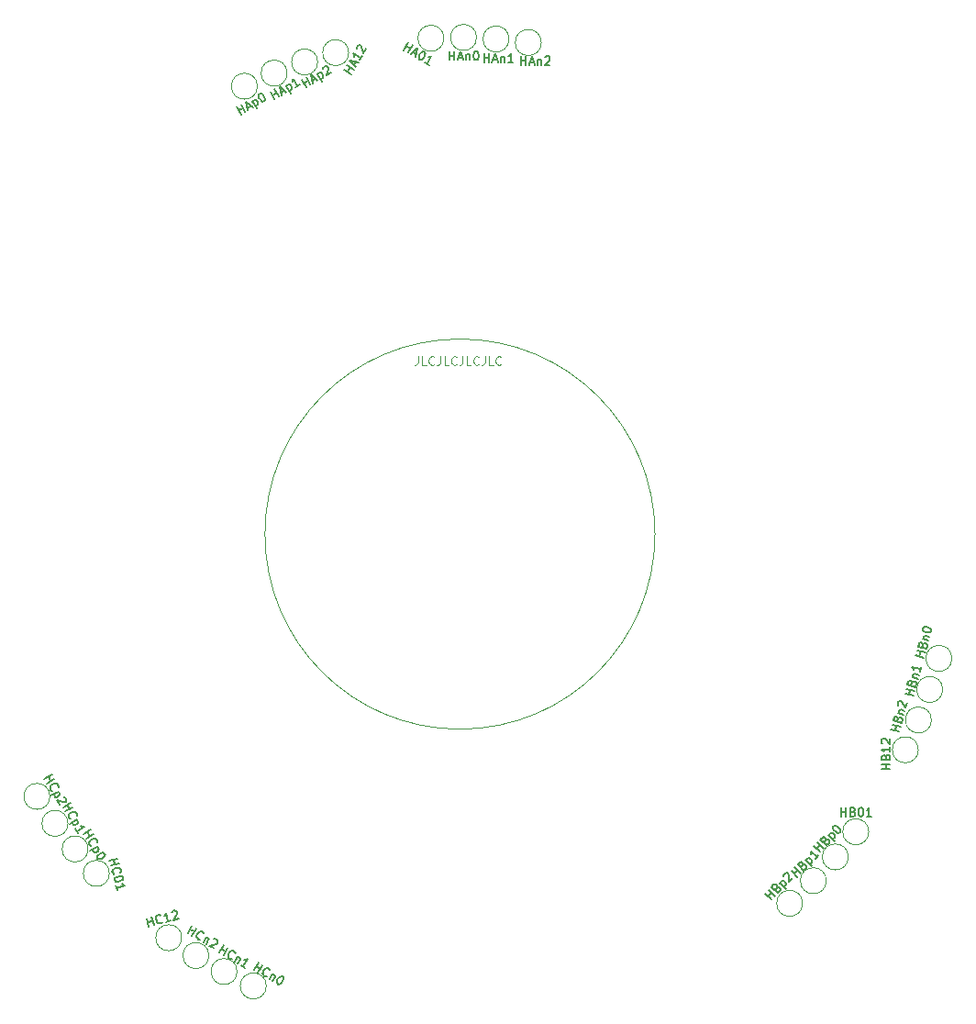
<source format=gbr>
%TF.GenerationSoftware,KiCad,Pcbnew,9.0.4*%
%TF.CreationDate,2025-09-29T12:29:07-05:00*%
%TF.ProjectId,Radial_Winding_Stator,52616469-616c-45f5-9769-6e64696e675f,rev?*%
%TF.SameCoordinates,Original*%
%TF.FileFunction,Legend,Top*%
%TF.FilePolarity,Positive*%
%FSLAX46Y46*%
G04 Gerber Fmt 4.6, Leading zero omitted, Abs format (unit mm)*
G04 Created by KiCad (PCBNEW 9.0.4) date 2025-09-29 12:29:07*
%MOMM*%
%LPD*%
G01*
G04 APERTURE LIST*
%ADD10C,0.100000*%
%ADD11C,0.050000*%
%ADD12C,0.150000*%
%ADD13C,0.120000*%
%ADD14C,2.000000*%
G04 APERTURE END LIST*
D10*
X129284836Y-75596895D02*
X129284836Y-76168323D01*
X129284836Y-76168323D02*
X129246741Y-76282609D01*
X129246741Y-76282609D02*
X129170550Y-76358800D01*
X129170550Y-76358800D02*
X129056265Y-76396895D01*
X129056265Y-76396895D02*
X128980074Y-76396895D01*
X130046741Y-76396895D02*
X129665789Y-76396895D01*
X129665789Y-76396895D02*
X129665789Y-75596895D01*
X130770551Y-76320704D02*
X130732455Y-76358800D01*
X130732455Y-76358800D02*
X130618170Y-76396895D01*
X130618170Y-76396895D02*
X130541979Y-76396895D01*
X130541979Y-76396895D02*
X130427693Y-76358800D01*
X130427693Y-76358800D02*
X130351503Y-76282609D01*
X130351503Y-76282609D02*
X130313408Y-76206419D01*
X130313408Y-76206419D02*
X130275312Y-76054038D01*
X130275312Y-76054038D02*
X130275312Y-75939752D01*
X130275312Y-75939752D02*
X130313408Y-75787371D01*
X130313408Y-75787371D02*
X130351503Y-75711180D01*
X130351503Y-75711180D02*
X130427693Y-75634990D01*
X130427693Y-75634990D02*
X130541979Y-75596895D01*
X130541979Y-75596895D02*
X130618170Y-75596895D01*
X130618170Y-75596895D02*
X130732455Y-75634990D01*
X130732455Y-75634990D02*
X130770551Y-75673085D01*
X131341979Y-75596895D02*
X131341979Y-76168323D01*
X131341979Y-76168323D02*
X131303884Y-76282609D01*
X131303884Y-76282609D02*
X131227693Y-76358800D01*
X131227693Y-76358800D02*
X131113408Y-76396895D01*
X131113408Y-76396895D02*
X131037217Y-76396895D01*
X132103884Y-76396895D02*
X131722932Y-76396895D01*
X131722932Y-76396895D02*
X131722932Y-75596895D01*
X132827694Y-76320704D02*
X132789598Y-76358800D01*
X132789598Y-76358800D02*
X132675313Y-76396895D01*
X132675313Y-76396895D02*
X132599122Y-76396895D01*
X132599122Y-76396895D02*
X132484836Y-76358800D01*
X132484836Y-76358800D02*
X132408646Y-76282609D01*
X132408646Y-76282609D02*
X132370551Y-76206419D01*
X132370551Y-76206419D02*
X132332455Y-76054038D01*
X132332455Y-76054038D02*
X132332455Y-75939752D01*
X132332455Y-75939752D02*
X132370551Y-75787371D01*
X132370551Y-75787371D02*
X132408646Y-75711180D01*
X132408646Y-75711180D02*
X132484836Y-75634990D01*
X132484836Y-75634990D02*
X132599122Y-75596895D01*
X132599122Y-75596895D02*
X132675313Y-75596895D01*
X132675313Y-75596895D02*
X132789598Y-75634990D01*
X132789598Y-75634990D02*
X132827694Y-75673085D01*
X133399122Y-75596895D02*
X133399122Y-76168323D01*
X133399122Y-76168323D02*
X133361027Y-76282609D01*
X133361027Y-76282609D02*
X133284836Y-76358800D01*
X133284836Y-76358800D02*
X133170551Y-76396895D01*
X133170551Y-76396895D02*
X133094360Y-76396895D01*
X134161027Y-76396895D02*
X133780075Y-76396895D01*
X133780075Y-76396895D02*
X133780075Y-75596895D01*
X134884837Y-76320704D02*
X134846741Y-76358800D01*
X134846741Y-76358800D02*
X134732456Y-76396895D01*
X134732456Y-76396895D02*
X134656265Y-76396895D01*
X134656265Y-76396895D02*
X134541979Y-76358800D01*
X134541979Y-76358800D02*
X134465789Y-76282609D01*
X134465789Y-76282609D02*
X134427694Y-76206419D01*
X134427694Y-76206419D02*
X134389598Y-76054038D01*
X134389598Y-76054038D02*
X134389598Y-75939752D01*
X134389598Y-75939752D02*
X134427694Y-75787371D01*
X134427694Y-75787371D02*
X134465789Y-75711180D01*
X134465789Y-75711180D02*
X134541979Y-75634990D01*
X134541979Y-75634990D02*
X134656265Y-75596895D01*
X134656265Y-75596895D02*
X134732456Y-75596895D01*
X134732456Y-75596895D02*
X134846741Y-75634990D01*
X134846741Y-75634990D02*
X134884837Y-75673085D01*
X135456265Y-75596895D02*
X135456265Y-76168323D01*
X135456265Y-76168323D02*
X135418170Y-76282609D01*
X135418170Y-76282609D02*
X135341979Y-76358800D01*
X135341979Y-76358800D02*
X135227694Y-76396895D01*
X135227694Y-76396895D02*
X135151503Y-76396895D01*
X136218170Y-76396895D02*
X135837218Y-76396895D01*
X135837218Y-76396895D02*
X135837218Y-75596895D01*
X136941980Y-76320704D02*
X136903884Y-76358800D01*
X136903884Y-76358800D02*
X136789599Y-76396895D01*
X136789599Y-76396895D02*
X136713408Y-76396895D01*
X136713408Y-76396895D02*
X136599122Y-76358800D01*
X136599122Y-76358800D02*
X136522932Y-76282609D01*
X136522932Y-76282609D02*
X136484837Y-76206419D01*
X136484837Y-76206419D02*
X136446741Y-76054038D01*
X136446741Y-76054038D02*
X136446741Y-75939752D01*
X136446741Y-75939752D02*
X136484837Y-75787371D01*
X136484837Y-75787371D02*
X136522932Y-75711180D01*
X136522932Y-75711180D02*
X136599122Y-75634990D01*
X136599122Y-75634990D02*
X136713408Y-75596895D01*
X136713408Y-75596895D02*
X136789599Y-75596895D01*
X136789599Y-75596895D02*
X136903884Y-75634990D01*
X136903884Y-75634990D02*
X136941980Y-75673085D01*
D11*
X151150000Y-92000000D02*
G75*
G02*
X115150000Y-92000000I-18000000J0D01*
G01*
X115150000Y-92000000D02*
G75*
G02*
X151150000Y-92000000I18000000J0D01*
G01*
D12*
X112942942Y-53270899D02*
X112542942Y-52578079D01*
X112733418Y-52907993D02*
X113129316Y-52679422D01*
X113338840Y-53042328D02*
X112938840Y-52349508D01*
X113521477Y-52672951D02*
X113851391Y-52482475D01*
X113569779Y-52908995D02*
X113400720Y-52082841D01*
X113400720Y-52082841D02*
X114031660Y-52642328D01*
X113995933Y-52047115D02*
X114395933Y-52739935D01*
X114014980Y-52080106D02*
X114061916Y-52009019D01*
X114061916Y-52009019D02*
X114193882Y-51932829D01*
X114193882Y-51932829D02*
X114278912Y-51927725D01*
X114278912Y-51927725D02*
X114330951Y-51941669D01*
X114330951Y-51941669D02*
X114402038Y-51988604D01*
X114402038Y-51988604D02*
X114516323Y-52186553D01*
X114516323Y-52186553D02*
X114521427Y-52271583D01*
X114521427Y-52271583D02*
X114507483Y-52323622D01*
X114507483Y-52323622D02*
X114460548Y-52394709D01*
X114460548Y-52394709D02*
X114328582Y-52470900D01*
X114328582Y-52470900D02*
X114243552Y-52476003D01*
X114621403Y-51378079D02*
X114687386Y-51339984D01*
X114687386Y-51339984D02*
X114772417Y-51334880D01*
X114772417Y-51334880D02*
X114824456Y-51348824D01*
X114824456Y-51348824D02*
X114895542Y-51395759D01*
X114895542Y-51395759D02*
X115004724Y-51508677D01*
X115004724Y-51508677D02*
X115099962Y-51673634D01*
X115099962Y-51673634D02*
X115143161Y-51824648D01*
X115143161Y-51824648D02*
X115148265Y-51909678D01*
X115148265Y-51909678D02*
X115134321Y-51961717D01*
X115134321Y-51961717D02*
X115087386Y-52032804D01*
X115087386Y-52032804D02*
X115021403Y-52070899D01*
X115021403Y-52070899D02*
X114936373Y-52076003D01*
X114936373Y-52076003D02*
X114884334Y-52062059D01*
X114884334Y-52062059D02*
X114813247Y-52015124D01*
X114813247Y-52015124D02*
X114704065Y-51902206D01*
X114704065Y-51902206D02*
X114608827Y-51737249D01*
X114608827Y-51737249D02*
X114565628Y-51586235D01*
X114565628Y-51586235D02*
X114560524Y-51501205D01*
X114560524Y-51501205D02*
X114574468Y-51449166D01*
X114574468Y-51449166D02*
X114621403Y-51378079D01*
X110931160Y-130628042D02*
X111331160Y-129935222D01*
X111140684Y-130265136D02*
X111536581Y-130493708D01*
X111327057Y-130856613D02*
X111727057Y-130163793D01*
X112090964Y-131209678D02*
X112038925Y-131223622D01*
X112038925Y-131223622D02*
X111920903Y-131199470D01*
X111920903Y-131199470D02*
X111854920Y-131161375D01*
X111854920Y-131161375D02*
X111774993Y-131071241D01*
X111774993Y-131071241D02*
X111747106Y-130967163D01*
X111747106Y-130967163D02*
X111752209Y-130882132D01*
X111752209Y-130882132D02*
X111795408Y-130731119D01*
X111795408Y-130731119D02*
X111852551Y-130632145D01*
X111852551Y-130632145D02*
X111961733Y-130519226D01*
X111961733Y-130519226D02*
X112032820Y-130472291D01*
X112032820Y-130472291D02*
X112136898Y-130444403D01*
X112136898Y-130444403D02*
X112254920Y-130468555D01*
X112254920Y-130468555D02*
X112320903Y-130506650D01*
X112320903Y-130506650D02*
X112400830Y-130596784D01*
X112400830Y-130596784D02*
X112414773Y-130648823D01*
X112616458Y-130985209D02*
X112349792Y-131447089D01*
X112578363Y-131051192D02*
X112630402Y-131037248D01*
X112630402Y-131037248D02*
X112715433Y-131042352D01*
X112715433Y-131042352D02*
X112814407Y-131099495D01*
X112814407Y-131099495D02*
X112861342Y-131170582D01*
X112861342Y-131170582D02*
X112856238Y-131255612D01*
X112856238Y-131255612D02*
X112646715Y-131618518D01*
X113339535Y-132018518D02*
X112943638Y-131789947D01*
X113141587Y-131904233D02*
X113541587Y-131211412D01*
X113541587Y-131211412D02*
X113418461Y-131272291D01*
X113418461Y-131272291D02*
X113314383Y-131300179D01*
X113314383Y-131300179D02*
X113229352Y-131295075D01*
X100790168Y-122150672D02*
X101562908Y-121943617D01*
X101194936Y-122042214D02*
X101313254Y-122483780D01*
X100908485Y-122592238D02*
X101681225Y-122385183D01*
X101198994Y-123382056D02*
X101152337Y-123355119D01*
X101152337Y-123355119D02*
X101085961Y-123254587D01*
X101085961Y-123254587D02*
X101066241Y-123180993D01*
X101066241Y-123180993D02*
X101073459Y-123060741D01*
X101073459Y-123060741D02*
X101127334Y-122967427D01*
X101127334Y-122967427D02*
X101191068Y-122910911D01*
X101191068Y-122910911D02*
X101328397Y-122834674D01*
X101328397Y-122834674D02*
X101438789Y-122805095D01*
X101438789Y-122805095D02*
X101595837Y-122802453D01*
X101595837Y-122802453D02*
X101679291Y-122819531D01*
X101679291Y-122819531D02*
X101772605Y-122873406D01*
X101772605Y-122873406D02*
X101838982Y-122973937D01*
X101838982Y-122973937D02*
X101858701Y-123047532D01*
X101858701Y-123047532D02*
X101851483Y-123167783D01*
X101851483Y-123167783D02*
X101824546Y-123214440D01*
X102026317Y-123673084D02*
X102046037Y-123746678D01*
X102046037Y-123746678D02*
X102028959Y-123830132D01*
X102028959Y-123830132D02*
X102002022Y-123876789D01*
X102002022Y-123876789D02*
X101938287Y-123933306D01*
X101938287Y-123933306D02*
X101800959Y-124009542D01*
X101800959Y-124009542D02*
X101616973Y-124058841D01*
X101616973Y-124058841D02*
X101459924Y-124061483D01*
X101459924Y-124061483D02*
X101376470Y-124044405D01*
X101376470Y-124044405D02*
X101329813Y-124017468D01*
X101329813Y-124017468D02*
X101273296Y-123953733D01*
X101273296Y-123953733D02*
X101253577Y-123880139D01*
X101253577Y-123880139D02*
X101270654Y-123796685D01*
X101270654Y-123796685D02*
X101297592Y-123750028D01*
X101297592Y-123750028D02*
X101361326Y-123693511D01*
X101361326Y-123693511D02*
X101498655Y-123617275D01*
X101498655Y-123617275D02*
X101682641Y-123567976D01*
X101682641Y-123567976D02*
X101839690Y-123565334D01*
X101839690Y-123565334D02*
X101923144Y-123582412D01*
X101923144Y-123582412D02*
X101969801Y-123609349D01*
X101969801Y-123609349D02*
X102026317Y-123673084D01*
X101519791Y-124873663D02*
X101401473Y-124432097D01*
X101460632Y-124652880D02*
X102233373Y-124445825D01*
X102233373Y-124445825D02*
X102103262Y-124401810D01*
X102103262Y-124401810D02*
X102009948Y-124347935D01*
X102009948Y-124347935D02*
X101953431Y-124284200D01*
X132185714Y-48262295D02*
X132185714Y-47462295D01*
X132185714Y-47843247D02*
X132642857Y-47843247D01*
X132642857Y-48262295D02*
X132642857Y-47462295D01*
X132985713Y-48033723D02*
X133366666Y-48033723D01*
X132909523Y-48262295D02*
X133176190Y-47462295D01*
X133176190Y-47462295D02*
X133442856Y-48262295D01*
X133709523Y-47728961D02*
X133709523Y-48262295D01*
X133709523Y-47805152D02*
X133747618Y-47767057D01*
X133747618Y-47767057D02*
X133823808Y-47728961D01*
X133823808Y-47728961D02*
X133938094Y-47728961D01*
X133938094Y-47728961D02*
X134014285Y-47767057D01*
X134014285Y-47767057D02*
X134052380Y-47843247D01*
X134052380Y-47843247D02*
X134052380Y-48262295D01*
X134585714Y-47462295D02*
X134661904Y-47462295D01*
X134661904Y-47462295D02*
X134738095Y-47500390D01*
X134738095Y-47500390D02*
X134776190Y-47538485D01*
X134776190Y-47538485D02*
X134814285Y-47614676D01*
X134814285Y-47614676D02*
X134852380Y-47767057D01*
X134852380Y-47767057D02*
X134852380Y-47957533D01*
X134852380Y-47957533D02*
X134814285Y-48109914D01*
X134814285Y-48109914D02*
X134776190Y-48186104D01*
X134776190Y-48186104D02*
X134738095Y-48224200D01*
X134738095Y-48224200D02*
X134661904Y-48262295D01*
X134661904Y-48262295D02*
X134585714Y-48262295D01*
X134585714Y-48262295D02*
X134509523Y-48224200D01*
X134509523Y-48224200D02*
X134471428Y-48186104D01*
X134471428Y-48186104D02*
X134433333Y-48109914D01*
X134433333Y-48109914D02*
X134395237Y-47957533D01*
X134395237Y-47957533D02*
X134395237Y-47767057D01*
X134395237Y-47767057D02*
X134433333Y-47614676D01*
X134433333Y-47614676D02*
X134471428Y-47538485D01*
X134471428Y-47538485D02*
X134509523Y-47500390D01*
X134509523Y-47500390D02*
X134585714Y-47462295D01*
X96500528Y-117193455D02*
X97193349Y-116793455D01*
X96863434Y-116983931D02*
X97092006Y-117379828D01*
X96729100Y-117589352D02*
X97421920Y-117189352D01*
X97214130Y-118277069D02*
X97162091Y-118263125D01*
X97162091Y-118263125D02*
X97071957Y-118183198D01*
X97071957Y-118183198D02*
X97033861Y-118117215D01*
X97033861Y-118117215D02*
X97009710Y-117999193D01*
X97009710Y-117999193D02*
X97037598Y-117895115D01*
X97037598Y-117895115D02*
X97084533Y-117824028D01*
X97084533Y-117824028D02*
X97197451Y-117714846D01*
X97197451Y-117714846D02*
X97296425Y-117657704D01*
X97296425Y-117657704D02*
X97447439Y-117614505D01*
X97447439Y-117614505D02*
X97532469Y-117609401D01*
X97532469Y-117609401D02*
X97636547Y-117637288D01*
X97636547Y-117637288D02*
X97726682Y-117717215D01*
X97726682Y-117717215D02*
X97764777Y-117783198D01*
X97764777Y-117783198D02*
X97788928Y-117901220D01*
X97788928Y-117901220D02*
X97774985Y-117953259D01*
X97781456Y-118345420D02*
X97088636Y-118745420D01*
X97748464Y-118364468D02*
X97819551Y-118411403D01*
X97819551Y-118411403D02*
X97895742Y-118543369D01*
X97895742Y-118543369D02*
X97900845Y-118628399D01*
X97900845Y-118628399D02*
X97886902Y-118680438D01*
X97886902Y-118680438D02*
X97839966Y-118751525D01*
X97839966Y-118751525D02*
X97642018Y-118865811D01*
X97642018Y-118865811D02*
X97556987Y-118870915D01*
X97556987Y-118870915D02*
X97504948Y-118856971D01*
X97504948Y-118856971D02*
X97433861Y-118810035D01*
X97433861Y-118810035D02*
X97357671Y-118678070D01*
X97357671Y-118678070D02*
X97352567Y-118593039D01*
X97891005Y-119601831D02*
X97662433Y-119205933D01*
X97776719Y-119403882D02*
X98469539Y-119003882D01*
X98469539Y-119003882D02*
X98332470Y-118995042D01*
X98332470Y-118995042D02*
X98228391Y-118967154D01*
X98228391Y-118967154D02*
X98157305Y-118920219D01*
X173694998Y-110218467D02*
X172922257Y-110011412D01*
X173290229Y-110110009D02*
X173408546Y-109668443D01*
X173813315Y-109776901D02*
X173040575Y-109569846D01*
X173576162Y-109042892D02*
X173642539Y-108942360D01*
X173642539Y-108942360D02*
X173689196Y-108915422D01*
X173689196Y-108915422D02*
X173772650Y-108898345D01*
X173772650Y-108898345D02*
X173883041Y-108927924D01*
X173883041Y-108927924D02*
X173946776Y-108984441D01*
X173946776Y-108984441D02*
X173973713Y-109031098D01*
X173973713Y-109031098D02*
X173990791Y-109114552D01*
X173990791Y-109114552D02*
X173911913Y-109408929D01*
X173911913Y-109408929D02*
X173139172Y-109201874D01*
X173139172Y-109201874D02*
X173208191Y-108944294D01*
X173208191Y-108944294D02*
X173264707Y-108880559D01*
X173264707Y-108880559D02*
X173311364Y-108853622D01*
X173311364Y-108853622D02*
X173394818Y-108836544D01*
X173394818Y-108836544D02*
X173468413Y-108856264D01*
X173468413Y-108856264D02*
X173532147Y-108912781D01*
X173532147Y-108912781D02*
X173559085Y-108959437D01*
X173559085Y-108959437D02*
X173576162Y-109042892D01*
X173576162Y-109042892D02*
X173507144Y-109300472D01*
X173603808Y-108498152D02*
X174118968Y-108636189D01*
X173677402Y-108517871D02*
X173650465Y-108471214D01*
X173650465Y-108471214D02*
X173633387Y-108387760D01*
X173633387Y-108387760D02*
X173662966Y-108277369D01*
X173662966Y-108277369D02*
X173719483Y-108213634D01*
X173719483Y-108213634D02*
X173802937Y-108196557D01*
X173802937Y-108196557D02*
X174207706Y-108305014D01*
X173597298Y-107786503D02*
X173570360Y-107739846D01*
X173570360Y-107739846D02*
X173553283Y-107656392D01*
X173553283Y-107656392D02*
X173602582Y-107472406D01*
X173602582Y-107472406D02*
X173659098Y-107408672D01*
X173659098Y-107408672D02*
X173705755Y-107381734D01*
X173705755Y-107381734D02*
X173789209Y-107364657D01*
X173789209Y-107364657D02*
X173862804Y-107384376D01*
X173862804Y-107384376D02*
X173963336Y-107450753D01*
X173963336Y-107450753D02*
X174286584Y-108010636D01*
X174286584Y-108010636D02*
X174414761Y-107532273D01*
X98400528Y-119693455D02*
X99093349Y-119293455D01*
X98763434Y-119483931D02*
X98992006Y-119879828D01*
X98629100Y-120089352D02*
X99321920Y-119689352D01*
X99114130Y-120777069D02*
X99062091Y-120763125D01*
X99062091Y-120763125D02*
X98971957Y-120683198D01*
X98971957Y-120683198D02*
X98933861Y-120617215D01*
X98933861Y-120617215D02*
X98909710Y-120499193D01*
X98909710Y-120499193D02*
X98937598Y-120395115D01*
X98937598Y-120395115D02*
X98984533Y-120324028D01*
X98984533Y-120324028D02*
X99097451Y-120214846D01*
X99097451Y-120214846D02*
X99196425Y-120157704D01*
X99196425Y-120157704D02*
X99347439Y-120114505D01*
X99347439Y-120114505D02*
X99432469Y-120109401D01*
X99432469Y-120109401D02*
X99536547Y-120137288D01*
X99536547Y-120137288D02*
X99626682Y-120217215D01*
X99626682Y-120217215D02*
X99664777Y-120283198D01*
X99664777Y-120283198D02*
X99688928Y-120401220D01*
X99688928Y-120401220D02*
X99674985Y-120453259D01*
X99681456Y-120845420D02*
X98988636Y-121245420D01*
X99648464Y-120864468D02*
X99719551Y-120911403D01*
X99719551Y-120911403D02*
X99795742Y-121043369D01*
X99795742Y-121043369D02*
X99800845Y-121128399D01*
X99800845Y-121128399D02*
X99786902Y-121180438D01*
X99786902Y-121180438D02*
X99739966Y-121251525D01*
X99739966Y-121251525D02*
X99542018Y-121365811D01*
X99542018Y-121365811D02*
X99456987Y-121370915D01*
X99456987Y-121370915D02*
X99404948Y-121356971D01*
X99404948Y-121356971D02*
X99333861Y-121310035D01*
X99333861Y-121310035D02*
X99257671Y-121178070D01*
X99257671Y-121178070D02*
X99252567Y-121093039D01*
X100350492Y-121470890D02*
X100388587Y-121536873D01*
X100388587Y-121536873D02*
X100393691Y-121621904D01*
X100393691Y-121621904D02*
X100379747Y-121673943D01*
X100379747Y-121673943D02*
X100332811Y-121745030D01*
X100332811Y-121745030D02*
X100219893Y-121854211D01*
X100219893Y-121854211D02*
X100054936Y-121949450D01*
X100054936Y-121949450D02*
X99903923Y-121992649D01*
X99903923Y-121992649D02*
X99818892Y-121997752D01*
X99818892Y-121997752D02*
X99766853Y-121983809D01*
X99766853Y-121983809D02*
X99695766Y-121936873D01*
X99695766Y-121936873D02*
X99657671Y-121870890D01*
X99657671Y-121870890D02*
X99652567Y-121785860D01*
X99652567Y-121785860D02*
X99666511Y-121733821D01*
X99666511Y-121733821D02*
X99713446Y-121662734D01*
X99713446Y-121662734D02*
X99826365Y-121553552D01*
X99826365Y-121553552D02*
X99991322Y-121458314D01*
X99991322Y-121458314D02*
X100142335Y-121415115D01*
X100142335Y-121415115D02*
X100227366Y-121410011D01*
X100227366Y-121410011D02*
X100279405Y-121423955D01*
X100279405Y-121423955D02*
X100350492Y-121470890D01*
X138785714Y-48723223D02*
X138785714Y-47923223D01*
X138785714Y-48304175D02*
X139242857Y-48304175D01*
X139242857Y-48723223D02*
X139242857Y-47923223D01*
X139585713Y-48494651D02*
X139966666Y-48494651D01*
X139509523Y-48723223D02*
X139776190Y-47923223D01*
X139776190Y-47923223D02*
X140042856Y-48723223D01*
X140309523Y-48189889D02*
X140309523Y-48723223D01*
X140309523Y-48266080D02*
X140347618Y-48227985D01*
X140347618Y-48227985D02*
X140423808Y-48189889D01*
X140423808Y-48189889D02*
X140538094Y-48189889D01*
X140538094Y-48189889D02*
X140614285Y-48227985D01*
X140614285Y-48227985D02*
X140652380Y-48304175D01*
X140652380Y-48304175D02*
X140652380Y-48723223D01*
X140995237Y-47999413D02*
X141033333Y-47961318D01*
X141033333Y-47961318D02*
X141109523Y-47923223D01*
X141109523Y-47923223D02*
X141299999Y-47923223D01*
X141299999Y-47923223D02*
X141376190Y-47961318D01*
X141376190Y-47961318D02*
X141414285Y-47999413D01*
X141414285Y-47999413D02*
X141452380Y-48075604D01*
X141452380Y-48075604D02*
X141452380Y-48151794D01*
X141452380Y-48151794D02*
X141414285Y-48266080D01*
X141414285Y-48266080D02*
X140957142Y-48723223D01*
X140957142Y-48723223D02*
X141452380Y-48723223D01*
X127964152Y-47347090D02*
X128364152Y-46654270D01*
X128173676Y-46984184D02*
X128569573Y-47212756D01*
X128360049Y-47575661D02*
X128760049Y-46882841D01*
X128771258Y-47549141D02*
X129101172Y-47739617D01*
X128590989Y-47708995D02*
X129221929Y-47149508D01*
X129221929Y-47149508D02*
X129052869Y-47975661D01*
X129815775Y-47492365D02*
X129881758Y-47530460D01*
X129881758Y-47530460D02*
X129928693Y-47601547D01*
X129928693Y-47601547D02*
X129942637Y-47653586D01*
X129942637Y-47653586D02*
X129937533Y-47738616D01*
X129937533Y-47738616D02*
X129894334Y-47889630D01*
X129894334Y-47889630D02*
X129799096Y-48054587D01*
X129799096Y-48054587D02*
X129689914Y-48167505D01*
X129689914Y-48167505D02*
X129618827Y-48214440D01*
X129618827Y-48214440D02*
X129566788Y-48228384D01*
X129566788Y-48228384D02*
X129481758Y-48223280D01*
X129481758Y-48223280D02*
X129415775Y-48185185D01*
X129415775Y-48185185D02*
X129368840Y-48114098D01*
X129368840Y-48114098D02*
X129354896Y-48062059D01*
X129354896Y-48062059D02*
X129360000Y-47977029D01*
X129360000Y-47977029D02*
X129403199Y-47826015D01*
X129403199Y-47826015D02*
X129498437Y-47661058D01*
X129498437Y-47661058D02*
X129607619Y-47548140D01*
X129607619Y-47548140D02*
X129678705Y-47501205D01*
X129678705Y-47501205D02*
X129730744Y-47487261D01*
X129730744Y-47487261D02*
X129815775Y-47492365D01*
X130306544Y-48699471D02*
X129910647Y-48470899D01*
X130108595Y-48585185D02*
X130508595Y-47892365D01*
X130508595Y-47892365D02*
X130385470Y-47953244D01*
X130385470Y-47953244D02*
X130281392Y-47981131D01*
X130281392Y-47981131D02*
X130196361Y-47976028D01*
X172862295Y-113690475D02*
X172062295Y-113690475D01*
X172443247Y-113690475D02*
X172443247Y-113233332D01*
X172862295Y-113233332D02*
X172062295Y-113233332D01*
X172443247Y-112585714D02*
X172481342Y-112471428D01*
X172481342Y-112471428D02*
X172519438Y-112433333D01*
X172519438Y-112433333D02*
X172595628Y-112395237D01*
X172595628Y-112395237D02*
X172709914Y-112395237D01*
X172709914Y-112395237D02*
X172786104Y-112433333D01*
X172786104Y-112433333D02*
X172824200Y-112471428D01*
X172824200Y-112471428D02*
X172862295Y-112547618D01*
X172862295Y-112547618D02*
X172862295Y-112852380D01*
X172862295Y-112852380D02*
X172062295Y-112852380D01*
X172062295Y-112852380D02*
X172062295Y-112585714D01*
X172062295Y-112585714D02*
X172100390Y-112509523D01*
X172100390Y-112509523D02*
X172138485Y-112471428D01*
X172138485Y-112471428D02*
X172214676Y-112433333D01*
X172214676Y-112433333D02*
X172290866Y-112433333D01*
X172290866Y-112433333D02*
X172367057Y-112471428D01*
X172367057Y-112471428D02*
X172405152Y-112509523D01*
X172405152Y-112509523D02*
X172443247Y-112585714D01*
X172443247Y-112585714D02*
X172443247Y-112852380D01*
X172862295Y-111633333D02*
X172862295Y-112090476D01*
X172862295Y-111861904D02*
X172062295Y-111861904D01*
X172062295Y-111861904D02*
X172176580Y-111938095D01*
X172176580Y-111938095D02*
X172252771Y-112014285D01*
X172252771Y-112014285D02*
X172290866Y-112090476D01*
X172138485Y-111328571D02*
X172100390Y-111290475D01*
X172100390Y-111290475D02*
X172062295Y-111214285D01*
X172062295Y-111214285D02*
X172062295Y-111023809D01*
X172062295Y-111023809D02*
X172100390Y-110947618D01*
X172100390Y-110947618D02*
X172138485Y-110909523D01*
X172138485Y-110909523D02*
X172214676Y-110871428D01*
X172214676Y-110871428D02*
X172290866Y-110871428D01*
X172290866Y-110871428D02*
X172405152Y-110909523D01*
X172405152Y-110909523D02*
X172862295Y-111366666D01*
X172862295Y-111366666D02*
X172862295Y-110871428D01*
X174994998Y-106918467D02*
X174222257Y-106711412D01*
X174590229Y-106810009D02*
X174708546Y-106368443D01*
X175113315Y-106476901D02*
X174340575Y-106269846D01*
X174876162Y-105742892D02*
X174942539Y-105642360D01*
X174942539Y-105642360D02*
X174989196Y-105615422D01*
X174989196Y-105615422D02*
X175072650Y-105598345D01*
X175072650Y-105598345D02*
X175183041Y-105627924D01*
X175183041Y-105627924D02*
X175246776Y-105684441D01*
X175246776Y-105684441D02*
X175273713Y-105731098D01*
X175273713Y-105731098D02*
X175290791Y-105814552D01*
X175290791Y-105814552D02*
X175211913Y-106108929D01*
X175211913Y-106108929D02*
X174439172Y-105901874D01*
X174439172Y-105901874D02*
X174508191Y-105644294D01*
X174508191Y-105644294D02*
X174564707Y-105580559D01*
X174564707Y-105580559D02*
X174611364Y-105553622D01*
X174611364Y-105553622D02*
X174694818Y-105536544D01*
X174694818Y-105536544D02*
X174768413Y-105556264D01*
X174768413Y-105556264D02*
X174832147Y-105612781D01*
X174832147Y-105612781D02*
X174859085Y-105659437D01*
X174859085Y-105659437D02*
X174876162Y-105742892D01*
X174876162Y-105742892D02*
X174807144Y-106000472D01*
X174903808Y-105198152D02*
X175418968Y-105336189D01*
X174977402Y-105217871D02*
X174950465Y-105171214D01*
X174950465Y-105171214D02*
X174933387Y-105087760D01*
X174933387Y-105087760D02*
X174962966Y-104977369D01*
X174962966Y-104977369D02*
X175019483Y-104913634D01*
X175019483Y-104913634D02*
X175102937Y-104896557D01*
X175102937Y-104896557D02*
X175507706Y-105005014D01*
X175714761Y-104232273D02*
X175596444Y-104673839D01*
X175655603Y-104453056D02*
X174882862Y-104246001D01*
X174882862Y-104246001D02*
X174973534Y-104349174D01*
X174973534Y-104349174D02*
X175027409Y-104442488D01*
X175027409Y-104442488D02*
X175044487Y-104525942D01*
X166386434Y-121325928D02*
X165820749Y-120760242D01*
X166090123Y-121029616D02*
X166413372Y-120706367D01*
X166709683Y-121002679D02*
X166143998Y-120436993D01*
X166871307Y-120248432D02*
X166979057Y-120194557D01*
X166979057Y-120194557D02*
X167032932Y-120194557D01*
X167032932Y-120194557D02*
X167113744Y-120221494D01*
X167113744Y-120221494D02*
X167194556Y-120302306D01*
X167194556Y-120302306D02*
X167221494Y-120383119D01*
X167221494Y-120383119D02*
X167221494Y-120436993D01*
X167221494Y-120436993D02*
X167194556Y-120517806D01*
X167194556Y-120517806D02*
X166979057Y-120733305D01*
X166979057Y-120733305D02*
X166413372Y-120167619D01*
X166413372Y-120167619D02*
X166601933Y-119979058D01*
X166601933Y-119979058D02*
X166682746Y-119952120D01*
X166682746Y-119952120D02*
X166736620Y-119952120D01*
X166736620Y-119952120D02*
X166817433Y-119979058D01*
X166817433Y-119979058D02*
X166871307Y-120032932D01*
X166871307Y-120032932D02*
X166898245Y-120113745D01*
X166898245Y-120113745D02*
X166898245Y-120167619D01*
X166898245Y-120167619D02*
X166871307Y-120248432D01*
X166871307Y-120248432D02*
X166682746Y-120436993D01*
X167167619Y-119790496D02*
X167733304Y-120356181D01*
X167194556Y-119817433D02*
X167221494Y-119736621D01*
X167221494Y-119736621D02*
X167329243Y-119628871D01*
X167329243Y-119628871D02*
X167410055Y-119601934D01*
X167410055Y-119601934D02*
X167463930Y-119601934D01*
X167463930Y-119601934D02*
X167544742Y-119628871D01*
X167544742Y-119628871D02*
X167706367Y-119790496D01*
X167706367Y-119790496D02*
X167733304Y-119871308D01*
X167733304Y-119871308D02*
X167733304Y-119925183D01*
X167733304Y-119925183D02*
X167706367Y-120005995D01*
X167706367Y-120005995D02*
X167598617Y-120113745D01*
X167598617Y-120113745D02*
X167517805Y-120140682D01*
X167598618Y-118982373D02*
X167652492Y-118928499D01*
X167652492Y-118928499D02*
X167733305Y-118901561D01*
X167733305Y-118901561D02*
X167787179Y-118901561D01*
X167787179Y-118901561D02*
X167867992Y-118928499D01*
X167867992Y-118928499D02*
X168002679Y-119009311D01*
X168002679Y-119009311D02*
X168137366Y-119143998D01*
X168137366Y-119143998D02*
X168218178Y-119278685D01*
X168218178Y-119278685D02*
X168245115Y-119359497D01*
X168245115Y-119359497D02*
X168245115Y-119413372D01*
X168245115Y-119413372D02*
X168218178Y-119494184D01*
X168218178Y-119494184D02*
X168164303Y-119548059D01*
X168164303Y-119548059D02*
X168083491Y-119574996D01*
X168083491Y-119574996D02*
X168029616Y-119574996D01*
X168029616Y-119574996D02*
X167948804Y-119548059D01*
X167948804Y-119548059D02*
X167814117Y-119467247D01*
X167814117Y-119467247D02*
X167679430Y-119332560D01*
X167679430Y-119332560D02*
X167598618Y-119197873D01*
X167598618Y-119197873D02*
X167571680Y-119117060D01*
X167571680Y-119117060D02*
X167571680Y-119063186D01*
X167571680Y-119063186D02*
X167598618Y-118982373D01*
X164286434Y-123625928D02*
X163720749Y-123060242D01*
X163990123Y-123329616D02*
X164313372Y-123006367D01*
X164609683Y-123302679D02*
X164043998Y-122736993D01*
X164771307Y-122548432D02*
X164879057Y-122494557D01*
X164879057Y-122494557D02*
X164932932Y-122494557D01*
X164932932Y-122494557D02*
X165013744Y-122521494D01*
X165013744Y-122521494D02*
X165094556Y-122602306D01*
X165094556Y-122602306D02*
X165121494Y-122683119D01*
X165121494Y-122683119D02*
X165121494Y-122736993D01*
X165121494Y-122736993D02*
X165094556Y-122817806D01*
X165094556Y-122817806D02*
X164879057Y-123033305D01*
X164879057Y-123033305D02*
X164313372Y-122467619D01*
X164313372Y-122467619D02*
X164501933Y-122279058D01*
X164501933Y-122279058D02*
X164582746Y-122252120D01*
X164582746Y-122252120D02*
X164636620Y-122252120D01*
X164636620Y-122252120D02*
X164717433Y-122279058D01*
X164717433Y-122279058D02*
X164771307Y-122332932D01*
X164771307Y-122332932D02*
X164798245Y-122413745D01*
X164798245Y-122413745D02*
X164798245Y-122467619D01*
X164798245Y-122467619D02*
X164771307Y-122548432D01*
X164771307Y-122548432D02*
X164582746Y-122736993D01*
X165067619Y-122090496D02*
X165633304Y-122656181D01*
X165094556Y-122117433D02*
X165121494Y-122036621D01*
X165121494Y-122036621D02*
X165229243Y-121928871D01*
X165229243Y-121928871D02*
X165310055Y-121901934D01*
X165310055Y-121901934D02*
X165363930Y-121901934D01*
X165363930Y-121901934D02*
X165444742Y-121928871D01*
X165444742Y-121928871D02*
X165606367Y-122090496D01*
X165606367Y-122090496D02*
X165633304Y-122171308D01*
X165633304Y-122171308D02*
X165633304Y-122225183D01*
X165633304Y-122225183D02*
X165606367Y-122305995D01*
X165606367Y-122305995D02*
X165498617Y-122413745D01*
X165498617Y-122413745D02*
X165417805Y-122440682D01*
X166252865Y-121659497D02*
X165929616Y-121982746D01*
X166091240Y-121821121D02*
X165525555Y-121255436D01*
X165525555Y-121255436D02*
X165552492Y-121390123D01*
X165552492Y-121390123D02*
X165552492Y-121497873D01*
X165552492Y-121497873D02*
X165525555Y-121578685D01*
X116042942Y-51870899D02*
X115642942Y-51178079D01*
X115833418Y-51507993D02*
X116229316Y-51279422D01*
X116438840Y-51642328D02*
X116038840Y-50949508D01*
X116621477Y-51272951D02*
X116951391Y-51082475D01*
X116669779Y-51508995D02*
X116500720Y-50682841D01*
X116500720Y-50682841D02*
X117131660Y-51242328D01*
X117095933Y-50647115D02*
X117495933Y-51339935D01*
X117114980Y-50680106D02*
X117161916Y-50609019D01*
X117161916Y-50609019D02*
X117293882Y-50532829D01*
X117293882Y-50532829D02*
X117378912Y-50527725D01*
X117378912Y-50527725D02*
X117430951Y-50541669D01*
X117430951Y-50541669D02*
X117502038Y-50588604D01*
X117502038Y-50588604D02*
X117616323Y-50786553D01*
X117616323Y-50786553D02*
X117621427Y-50871583D01*
X117621427Y-50871583D02*
X117607483Y-50923622D01*
X117607483Y-50923622D02*
X117560548Y-50994709D01*
X117560548Y-50994709D02*
X117428582Y-51070900D01*
X117428582Y-51070900D02*
X117343552Y-51076003D01*
X118352343Y-50537566D02*
X117956446Y-50766137D01*
X118154395Y-50651852D02*
X117754395Y-49959031D01*
X117754395Y-49959031D02*
X117745555Y-50096101D01*
X117745555Y-50096101D02*
X117717667Y-50200179D01*
X117717667Y-50200179D02*
X117670732Y-50271266D01*
X94800528Y-114593455D02*
X95493349Y-114193455D01*
X95163434Y-114383931D02*
X95392006Y-114779828D01*
X95029100Y-114989352D02*
X95721920Y-114589352D01*
X95514130Y-115677069D02*
X95462091Y-115663125D01*
X95462091Y-115663125D02*
X95371957Y-115583198D01*
X95371957Y-115583198D02*
X95333861Y-115517215D01*
X95333861Y-115517215D02*
X95309710Y-115399193D01*
X95309710Y-115399193D02*
X95337598Y-115295115D01*
X95337598Y-115295115D02*
X95384533Y-115224028D01*
X95384533Y-115224028D02*
X95497451Y-115114846D01*
X95497451Y-115114846D02*
X95596425Y-115057704D01*
X95596425Y-115057704D02*
X95747439Y-115014505D01*
X95747439Y-115014505D02*
X95832469Y-115009401D01*
X95832469Y-115009401D02*
X95936547Y-115037288D01*
X95936547Y-115037288D02*
X96026682Y-115117215D01*
X96026682Y-115117215D02*
X96064777Y-115183198D01*
X96064777Y-115183198D02*
X96088928Y-115301220D01*
X96088928Y-115301220D02*
X96074985Y-115353259D01*
X96081456Y-115745420D02*
X95388636Y-116145420D01*
X96048464Y-115764468D02*
X96119551Y-115811403D01*
X96119551Y-115811403D02*
X96195742Y-115943369D01*
X96195742Y-115943369D02*
X96200845Y-116028399D01*
X96200845Y-116028399D02*
X96186902Y-116080438D01*
X96186902Y-116080438D02*
X96139966Y-116151525D01*
X96139966Y-116151525D02*
X95942018Y-116265811D01*
X95942018Y-116265811D02*
X95856987Y-116270915D01*
X95856987Y-116270915D02*
X95804948Y-116256971D01*
X95804948Y-116256971D02*
X95733861Y-116210035D01*
X95733861Y-116210035D02*
X95657671Y-116078070D01*
X95657671Y-116078070D02*
X95652567Y-115993039D01*
X96589271Y-116244028D02*
X96641310Y-116257972D01*
X96641310Y-116257972D02*
X96712396Y-116304908D01*
X96712396Y-116304908D02*
X96807634Y-116469865D01*
X96807634Y-116469865D02*
X96812738Y-116554895D01*
X96812738Y-116554895D02*
X96798794Y-116606934D01*
X96798794Y-116606934D02*
X96751859Y-116678021D01*
X96751859Y-116678021D02*
X96685876Y-116716116D01*
X96685876Y-116716116D02*
X96567854Y-116740268D01*
X96567854Y-116740268D02*
X95943385Y-116572942D01*
X95943385Y-116572942D02*
X96191005Y-117001831D01*
X114131160Y-132228042D02*
X114531160Y-131535222D01*
X114340684Y-131865136D02*
X114736581Y-132093708D01*
X114527057Y-132456613D02*
X114927057Y-131763793D01*
X115290964Y-132809678D02*
X115238925Y-132823622D01*
X115238925Y-132823622D02*
X115120903Y-132799470D01*
X115120903Y-132799470D02*
X115054920Y-132761375D01*
X115054920Y-132761375D02*
X114974993Y-132671241D01*
X114974993Y-132671241D02*
X114947106Y-132567163D01*
X114947106Y-132567163D02*
X114952209Y-132482132D01*
X114952209Y-132482132D02*
X114995408Y-132331119D01*
X114995408Y-132331119D02*
X115052551Y-132232145D01*
X115052551Y-132232145D02*
X115161733Y-132119226D01*
X115161733Y-132119226D02*
X115232820Y-132072291D01*
X115232820Y-132072291D02*
X115336898Y-132044403D01*
X115336898Y-132044403D02*
X115454920Y-132068555D01*
X115454920Y-132068555D02*
X115520903Y-132106650D01*
X115520903Y-132106650D02*
X115600830Y-132196784D01*
X115600830Y-132196784D02*
X115614773Y-132248823D01*
X115816458Y-132585209D02*
X115549792Y-133047089D01*
X115778363Y-132651192D02*
X115830402Y-132637248D01*
X115830402Y-132637248D02*
X115915433Y-132642352D01*
X115915433Y-132642352D02*
X116014407Y-132699495D01*
X116014407Y-132699495D02*
X116061342Y-132770582D01*
X116061342Y-132770582D02*
X116056238Y-132855612D01*
X116056238Y-132855612D02*
X115846715Y-133218518D01*
X116708595Y-132792365D02*
X116774578Y-132830460D01*
X116774578Y-132830460D02*
X116821513Y-132901547D01*
X116821513Y-132901547D02*
X116835457Y-132953586D01*
X116835457Y-132953586D02*
X116830353Y-133038616D01*
X116830353Y-133038616D02*
X116787154Y-133189630D01*
X116787154Y-133189630D02*
X116691916Y-133354587D01*
X116691916Y-133354587D02*
X116582734Y-133467505D01*
X116582734Y-133467505D02*
X116511648Y-133514440D01*
X116511648Y-133514440D02*
X116459609Y-133528384D01*
X116459609Y-133528384D02*
X116374578Y-133523280D01*
X116374578Y-133523280D02*
X116308595Y-133485185D01*
X116308595Y-133485185D02*
X116261660Y-133414098D01*
X116261660Y-133414098D02*
X116247716Y-133362059D01*
X116247716Y-133362059D02*
X116252820Y-133277029D01*
X116252820Y-133277029D02*
X116296019Y-133126015D01*
X116296019Y-133126015D02*
X116391257Y-132961058D01*
X116391257Y-132961058D02*
X116500439Y-132848140D01*
X116500439Y-132848140D02*
X116571526Y-132801205D01*
X116571526Y-132801205D02*
X116623565Y-132787261D01*
X116623565Y-132787261D02*
X116708595Y-132792365D01*
X118942942Y-50770899D02*
X118542942Y-50078079D01*
X118733418Y-50407993D02*
X119129316Y-50179422D01*
X119338840Y-50542328D02*
X118938840Y-49849508D01*
X119521477Y-50172951D02*
X119851391Y-49982475D01*
X119569779Y-50408995D02*
X119400720Y-49582841D01*
X119400720Y-49582841D02*
X120031660Y-50142328D01*
X119995933Y-49547115D02*
X120395933Y-50239935D01*
X120014980Y-49580106D02*
X120061916Y-49509019D01*
X120061916Y-49509019D02*
X120193882Y-49432829D01*
X120193882Y-49432829D02*
X120278912Y-49427725D01*
X120278912Y-49427725D02*
X120330951Y-49441669D01*
X120330951Y-49441669D02*
X120402038Y-49488604D01*
X120402038Y-49488604D02*
X120516323Y-49686553D01*
X120516323Y-49686553D02*
X120521427Y-49771583D01*
X120521427Y-49771583D02*
X120507483Y-49823622D01*
X120507483Y-49823622D02*
X120460548Y-49894709D01*
X120460548Y-49894709D02*
X120328582Y-49970900D01*
X120328582Y-49970900D02*
X120243552Y-49976003D01*
X120494541Y-49039300D02*
X120508485Y-48987261D01*
X120508485Y-48987261D02*
X120555420Y-48916174D01*
X120555420Y-48916174D02*
X120720377Y-48820936D01*
X120720377Y-48820936D02*
X120805408Y-48815832D01*
X120805408Y-48815832D02*
X120857447Y-48829776D01*
X120857447Y-48829776D02*
X120928534Y-48876711D01*
X120928534Y-48876711D02*
X120966629Y-48942694D01*
X120966629Y-48942694D02*
X120990780Y-49060716D01*
X120990780Y-49060716D02*
X120823454Y-49685185D01*
X120823454Y-49685185D02*
X121252343Y-49437566D01*
X161886434Y-125725928D02*
X161320749Y-125160242D01*
X161590123Y-125429616D02*
X161913372Y-125106367D01*
X162209683Y-125402679D02*
X161643998Y-124836993D01*
X162371307Y-124648432D02*
X162479057Y-124594557D01*
X162479057Y-124594557D02*
X162532932Y-124594557D01*
X162532932Y-124594557D02*
X162613744Y-124621494D01*
X162613744Y-124621494D02*
X162694556Y-124702306D01*
X162694556Y-124702306D02*
X162721494Y-124783119D01*
X162721494Y-124783119D02*
X162721494Y-124836993D01*
X162721494Y-124836993D02*
X162694556Y-124917806D01*
X162694556Y-124917806D02*
X162479057Y-125133305D01*
X162479057Y-125133305D02*
X161913372Y-124567619D01*
X161913372Y-124567619D02*
X162101933Y-124379058D01*
X162101933Y-124379058D02*
X162182746Y-124352120D01*
X162182746Y-124352120D02*
X162236620Y-124352120D01*
X162236620Y-124352120D02*
X162317433Y-124379058D01*
X162317433Y-124379058D02*
X162371307Y-124432932D01*
X162371307Y-124432932D02*
X162398245Y-124513745D01*
X162398245Y-124513745D02*
X162398245Y-124567619D01*
X162398245Y-124567619D02*
X162371307Y-124648432D01*
X162371307Y-124648432D02*
X162182746Y-124836993D01*
X162667619Y-124190496D02*
X163233304Y-124756181D01*
X162694556Y-124217433D02*
X162721494Y-124136621D01*
X162721494Y-124136621D02*
X162829243Y-124028871D01*
X162829243Y-124028871D02*
X162910055Y-124001934D01*
X162910055Y-124001934D02*
X162963930Y-124001934D01*
X162963930Y-124001934D02*
X163044742Y-124028871D01*
X163044742Y-124028871D02*
X163206367Y-124190496D01*
X163206367Y-124190496D02*
X163233304Y-124271308D01*
X163233304Y-124271308D02*
X163233304Y-124325183D01*
X163233304Y-124325183D02*
X163206367Y-124405995D01*
X163206367Y-124405995D02*
X163098617Y-124513745D01*
X163098617Y-124513745D02*
X163017805Y-124540682D01*
X163017805Y-123570935D02*
X163017805Y-123517060D01*
X163017805Y-123517060D02*
X163044743Y-123436248D01*
X163044743Y-123436248D02*
X163179430Y-123301561D01*
X163179430Y-123301561D02*
X163260242Y-123274624D01*
X163260242Y-123274624D02*
X163314117Y-123274624D01*
X163314117Y-123274624D02*
X163394929Y-123301561D01*
X163394929Y-123301561D02*
X163448804Y-123355436D01*
X163448804Y-123355436D02*
X163502679Y-123463186D01*
X163502679Y-123463186D02*
X163502679Y-124109683D01*
X163502679Y-124109683D02*
X163852865Y-123759497D01*
X168309524Y-118062295D02*
X168309524Y-117262295D01*
X168309524Y-117643247D02*
X168766667Y-117643247D01*
X168766667Y-118062295D02*
X168766667Y-117262295D01*
X169414285Y-117643247D02*
X169528571Y-117681342D01*
X169528571Y-117681342D02*
X169566666Y-117719438D01*
X169566666Y-117719438D02*
X169604762Y-117795628D01*
X169604762Y-117795628D02*
X169604762Y-117909914D01*
X169604762Y-117909914D02*
X169566666Y-117986104D01*
X169566666Y-117986104D02*
X169528571Y-118024200D01*
X169528571Y-118024200D02*
X169452381Y-118062295D01*
X169452381Y-118062295D02*
X169147619Y-118062295D01*
X169147619Y-118062295D02*
X169147619Y-117262295D01*
X169147619Y-117262295D02*
X169414285Y-117262295D01*
X169414285Y-117262295D02*
X169490476Y-117300390D01*
X169490476Y-117300390D02*
X169528571Y-117338485D01*
X169528571Y-117338485D02*
X169566666Y-117414676D01*
X169566666Y-117414676D02*
X169566666Y-117490866D01*
X169566666Y-117490866D02*
X169528571Y-117567057D01*
X169528571Y-117567057D02*
X169490476Y-117605152D01*
X169490476Y-117605152D02*
X169414285Y-117643247D01*
X169414285Y-117643247D02*
X169147619Y-117643247D01*
X170100000Y-117262295D02*
X170176190Y-117262295D01*
X170176190Y-117262295D02*
X170252381Y-117300390D01*
X170252381Y-117300390D02*
X170290476Y-117338485D01*
X170290476Y-117338485D02*
X170328571Y-117414676D01*
X170328571Y-117414676D02*
X170366666Y-117567057D01*
X170366666Y-117567057D02*
X170366666Y-117757533D01*
X170366666Y-117757533D02*
X170328571Y-117909914D01*
X170328571Y-117909914D02*
X170290476Y-117986104D01*
X170290476Y-117986104D02*
X170252381Y-118024200D01*
X170252381Y-118024200D02*
X170176190Y-118062295D01*
X170176190Y-118062295D02*
X170100000Y-118062295D01*
X170100000Y-118062295D02*
X170023809Y-118024200D01*
X170023809Y-118024200D02*
X169985714Y-117986104D01*
X169985714Y-117986104D02*
X169947619Y-117909914D01*
X169947619Y-117909914D02*
X169909523Y-117757533D01*
X169909523Y-117757533D02*
X169909523Y-117567057D01*
X169909523Y-117567057D02*
X169947619Y-117414676D01*
X169947619Y-117414676D02*
X169985714Y-117338485D01*
X169985714Y-117338485D02*
X170023809Y-117300390D01*
X170023809Y-117300390D02*
X170100000Y-117262295D01*
X171128571Y-118062295D02*
X170671428Y-118062295D01*
X170900000Y-118062295D02*
X170900000Y-117262295D01*
X170900000Y-117262295D02*
X170823809Y-117376580D01*
X170823809Y-117376580D02*
X170747619Y-117452771D01*
X170747619Y-117452771D02*
X170671428Y-117490866D01*
X175977331Y-103386810D02*
X175204590Y-103179755D01*
X175572562Y-103278352D02*
X175690879Y-102836786D01*
X176095648Y-102945244D02*
X175322908Y-102738189D01*
X175858495Y-102211235D02*
X175924872Y-102110703D01*
X175924872Y-102110703D02*
X175971529Y-102083765D01*
X175971529Y-102083765D02*
X176054983Y-102066688D01*
X176054983Y-102066688D02*
X176165374Y-102096267D01*
X176165374Y-102096267D02*
X176229109Y-102152784D01*
X176229109Y-102152784D02*
X176256046Y-102199441D01*
X176256046Y-102199441D02*
X176273124Y-102282895D01*
X176273124Y-102282895D02*
X176194246Y-102577272D01*
X176194246Y-102577272D02*
X175421505Y-102370217D01*
X175421505Y-102370217D02*
X175490524Y-102112637D01*
X175490524Y-102112637D02*
X175547040Y-102048902D01*
X175547040Y-102048902D02*
X175593697Y-102021965D01*
X175593697Y-102021965D02*
X175677151Y-102004887D01*
X175677151Y-102004887D02*
X175750746Y-102024607D01*
X175750746Y-102024607D02*
X175814480Y-102081124D01*
X175814480Y-102081124D02*
X175841418Y-102127780D01*
X175841418Y-102127780D02*
X175858495Y-102211235D01*
X175858495Y-102211235D02*
X175789477Y-102468815D01*
X175886141Y-101666495D02*
X176401301Y-101804532D01*
X175959735Y-101686214D02*
X175932798Y-101639557D01*
X175932798Y-101639557D02*
X175915720Y-101556103D01*
X175915720Y-101556103D02*
X175945299Y-101445712D01*
X175945299Y-101445712D02*
X176001816Y-101381977D01*
X176001816Y-101381977D02*
X176085270Y-101364900D01*
X176085270Y-101364900D02*
X176490039Y-101473357D01*
X175855335Y-100751141D02*
X175875055Y-100677547D01*
X175875055Y-100677547D02*
X175931572Y-100613812D01*
X175931572Y-100613812D02*
X175978229Y-100586875D01*
X175978229Y-100586875D02*
X176061683Y-100569797D01*
X176061683Y-100569797D02*
X176218731Y-100572439D01*
X176218731Y-100572439D02*
X176402717Y-100621738D01*
X176402717Y-100621738D02*
X176540046Y-100697974D01*
X176540046Y-100697974D02*
X176603781Y-100754491D01*
X176603781Y-100754491D02*
X176630718Y-100801148D01*
X176630718Y-100801148D02*
X176647796Y-100884602D01*
X176647796Y-100884602D02*
X176628076Y-100958196D01*
X176628076Y-100958196D02*
X176571559Y-101021931D01*
X176571559Y-101021931D02*
X176524902Y-101048868D01*
X176524902Y-101048868D02*
X176441448Y-101065946D01*
X176441448Y-101065946D02*
X176284400Y-101063304D01*
X176284400Y-101063304D02*
X176100414Y-101014005D01*
X176100414Y-101014005D02*
X175963085Y-100937769D01*
X175963085Y-100937769D02*
X175899350Y-100881252D01*
X175899350Y-100881252D02*
X175872413Y-100834595D01*
X175872413Y-100834595D02*
X175855335Y-100751141D01*
X135385714Y-48462295D02*
X135385714Y-47662295D01*
X135385714Y-48043247D02*
X135842857Y-48043247D01*
X135842857Y-48462295D02*
X135842857Y-47662295D01*
X136185713Y-48233723D02*
X136566666Y-48233723D01*
X136109523Y-48462295D02*
X136376190Y-47662295D01*
X136376190Y-47662295D02*
X136642856Y-48462295D01*
X136909523Y-47928961D02*
X136909523Y-48462295D01*
X136909523Y-48005152D02*
X136947618Y-47967057D01*
X136947618Y-47967057D02*
X137023808Y-47928961D01*
X137023808Y-47928961D02*
X137138094Y-47928961D01*
X137138094Y-47928961D02*
X137214285Y-47967057D01*
X137214285Y-47967057D02*
X137252380Y-48043247D01*
X137252380Y-48043247D02*
X137252380Y-48462295D01*
X138052380Y-48462295D02*
X137595237Y-48462295D01*
X137823809Y-48462295D02*
X137823809Y-47662295D01*
X137823809Y-47662295D02*
X137747618Y-47776580D01*
X137747618Y-47776580D02*
X137671428Y-47852771D01*
X137671428Y-47852771D02*
X137595237Y-47890866D01*
X104450672Y-128209831D02*
X104243617Y-127437091D01*
X104342214Y-127805063D02*
X104783780Y-127686745D01*
X104892238Y-128091514D02*
X104685183Y-127318774D01*
X105682056Y-127801005D02*
X105655119Y-127847662D01*
X105655119Y-127847662D02*
X105554587Y-127914038D01*
X105554587Y-127914038D02*
X105480993Y-127933758D01*
X105480993Y-127933758D02*
X105360741Y-127926540D01*
X105360741Y-127926540D02*
X105267427Y-127872665D01*
X105267427Y-127872665D02*
X105210911Y-127808931D01*
X105210911Y-127808931D02*
X105134674Y-127671602D01*
X105134674Y-127671602D02*
X105105095Y-127561210D01*
X105105095Y-127561210D02*
X105102453Y-127404162D01*
X105102453Y-127404162D02*
X105119531Y-127320708D01*
X105119531Y-127320708D02*
X105173406Y-127227394D01*
X105173406Y-127227394D02*
X105273937Y-127161017D01*
X105273937Y-127161017D02*
X105347532Y-127141298D01*
X105347532Y-127141298D02*
X105467783Y-127148516D01*
X105467783Y-127148516D02*
X105514440Y-127175453D01*
X106437719Y-127677404D02*
X105996153Y-127795721D01*
X106216936Y-127736562D02*
X106009881Y-126963822D01*
X106009881Y-126963822D02*
X105965866Y-127093933D01*
X105965866Y-127093933D02*
X105911991Y-127187247D01*
X105911991Y-127187247D02*
X105848256Y-127243763D01*
X106544761Y-126899379D02*
X106571698Y-126852722D01*
X106571698Y-126852722D02*
X106635433Y-126796206D01*
X106635433Y-126796206D02*
X106819419Y-126746907D01*
X106819419Y-126746907D02*
X106902873Y-126763984D01*
X106902873Y-126763984D02*
X106949530Y-126790922D01*
X106949530Y-126790922D02*
X107006047Y-126854656D01*
X107006047Y-126854656D02*
X107025766Y-126928251D01*
X107025766Y-126928251D02*
X107018548Y-127048502D01*
X107018548Y-127048502D02*
X106695300Y-127608385D01*
X106695300Y-127608385D02*
X107173663Y-127480208D01*
X108031160Y-128828042D02*
X108431160Y-128135222D01*
X108240684Y-128465136D02*
X108636581Y-128693708D01*
X108427057Y-129056613D02*
X108827057Y-128363793D01*
X109190964Y-129409678D02*
X109138925Y-129423622D01*
X109138925Y-129423622D02*
X109020903Y-129399470D01*
X109020903Y-129399470D02*
X108954920Y-129361375D01*
X108954920Y-129361375D02*
X108874993Y-129271241D01*
X108874993Y-129271241D02*
X108847106Y-129167163D01*
X108847106Y-129167163D02*
X108852209Y-129082132D01*
X108852209Y-129082132D02*
X108895408Y-128931119D01*
X108895408Y-128931119D02*
X108952551Y-128832145D01*
X108952551Y-128832145D02*
X109061733Y-128719226D01*
X109061733Y-128719226D02*
X109132820Y-128672291D01*
X109132820Y-128672291D02*
X109236898Y-128644403D01*
X109236898Y-128644403D02*
X109354920Y-128668555D01*
X109354920Y-128668555D02*
X109420903Y-128706650D01*
X109420903Y-128706650D02*
X109500830Y-128796784D01*
X109500830Y-128796784D02*
X109514773Y-128848823D01*
X109716458Y-129185209D02*
X109449792Y-129647089D01*
X109678363Y-129251192D02*
X109730402Y-129237248D01*
X109730402Y-129237248D02*
X109815433Y-129242352D01*
X109815433Y-129242352D02*
X109914407Y-129299495D01*
X109914407Y-129299495D02*
X109961342Y-129370582D01*
X109961342Y-129370582D02*
X109956238Y-129455612D01*
X109956238Y-129455612D02*
X109746715Y-129818518D01*
X110405543Y-129363109D02*
X110457582Y-129349166D01*
X110457582Y-129349166D02*
X110542612Y-129354269D01*
X110542612Y-129354269D02*
X110707570Y-129449507D01*
X110707570Y-129449507D02*
X110754505Y-129520594D01*
X110754505Y-129520594D02*
X110768449Y-129572633D01*
X110768449Y-129572633D02*
X110763345Y-129657664D01*
X110763345Y-129657664D02*
X110725250Y-129723647D01*
X110725250Y-129723647D02*
X110635115Y-129803573D01*
X110635115Y-129803573D02*
X110010647Y-129970899D01*
X110010647Y-129970899D02*
X110439535Y-130218518D01*
X123147090Y-49535847D02*
X122454270Y-49135847D01*
X122784184Y-49326323D02*
X123012756Y-48930426D01*
X123375661Y-49139950D02*
X122682841Y-48739950D01*
X123349141Y-48728741D02*
X123539617Y-48398827D01*
X123508995Y-48909010D02*
X122949508Y-48278070D01*
X122949508Y-48278070D02*
X123775661Y-48447130D01*
X124118518Y-47853284D02*
X123889947Y-48249181D01*
X124004233Y-48051233D02*
X123311412Y-47651233D01*
X123311412Y-47651233D02*
X123372291Y-47774358D01*
X123372291Y-47774358D02*
X123400179Y-47878437D01*
X123400179Y-47878437D02*
X123395075Y-47963467D01*
X123644062Y-47227447D02*
X123630118Y-47175408D01*
X123630118Y-47175408D02*
X123635222Y-47090378D01*
X123635222Y-47090378D02*
X123730460Y-46925421D01*
X123730460Y-46925421D02*
X123801547Y-46878485D01*
X123801547Y-46878485D02*
X123853586Y-46864542D01*
X123853586Y-46864542D02*
X123938616Y-46869645D01*
X123938616Y-46869645D02*
X124004599Y-46907741D01*
X124004599Y-46907741D02*
X124084526Y-46997875D01*
X124084526Y-46997875D02*
X124251852Y-47622344D01*
X124251852Y-47622344D02*
X124499471Y-47193455D01*
D13*
%TO.C,HAp0*%
X114452064Y-50674560D02*
G75*
G02*
X112052064Y-50674560I-1200000J0D01*
G01*
X112052064Y-50674560D02*
G75*
G02*
X114452064Y-50674560I1200000J0D01*
G01*
%TO.C,HCn1*%
X112576032Y-132363230D02*
G75*
G02*
X110176032Y-132363230I-1200000J0D01*
G01*
X110176032Y-132363230D02*
G75*
G02*
X112576032Y-132363230I1200000J0D01*
G01*
%TO.C,HC01*%
X100785951Y-123306336D02*
G75*
G02*
X98385951Y-123306336I-1200000J0D01*
G01*
X98385951Y-123306336D02*
G75*
G02*
X100785951Y-123306336I1200000J0D01*
G01*
%TO.C,HAn0*%
X134678879Y-46171618D02*
G75*
G02*
X132278879Y-46171618I-1200000J0D01*
G01*
X132278879Y-46171618D02*
G75*
G02*
X134678879Y-46171618I1200000J0D01*
G01*
%TO.C,HCp1*%
X96964736Y-118695585D02*
G75*
G02*
X94564736Y-118695585I-1200000J0D01*
G01*
X94564736Y-118695585D02*
G75*
G02*
X96964736Y-118695585I1200000J0D01*
G01*
%TO.C,HBn2*%
X176665021Y-109149311D02*
G75*
G02*
X174265021Y-109149311I-1200000J0D01*
G01*
X174265021Y-109149311D02*
G75*
G02*
X176665021Y-109149311I1200000J0D01*
G01*
%TO.C,HCp0*%
X98824178Y-121053964D02*
G75*
G02*
X96424178Y-121053964I-1200000J0D01*
G01*
X96424178Y-121053964D02*
G75*
G02*
X98824178Y-121053964I1200000J0D01*
G01*
%TO.C,HAn2*%
X140652159Y-46640673D02*
G75*
G02*
X138252159Y-46640673I-1200000J0D01*
G01*
X138252159Y-46640673D02*
G75*
G02*
X140652159Y-46640673I1200000J0D01*
G01*
%TO.C,HA01*%
X131666398Y-46248481D02*
G75*
G02*
X129266398Y-46248481I-1200000J0D01*
G01*
X129266398Y-46248481D02*
G75*
G02*
X131666398Y-46248481I1200000J0D01*
G01*
%TO.C,HB12*%
X175455102Y-111901281D02*
G75*
G02*
X173055102Y-111901281I-1200000J0D01*
G01*
X173055102Y-111901281D02*
G75*
G02*
X175455102Y-111901281I1200000J0D01*
G01*
%TO.C,HBn1*%
X177701661Y-106335809D02*
G75*
G02*
X175301661Y-106335809I-1200000J0D01*
G01*
X175301661Y-106335809D02*
G75*
G02*
X177701661Y-106335809I1200000J0D01*
G01*
%TO.C,HBp0*%
X168996853Y-121786792D02*
G75*
G02*
X166596853Y-121786792I-1200000J0D01*
G01*
X166596853Y-121786792D02*
G75*
G02*
X168996853Y-121786792I1200000J0D01*
G01*
%TO.C,HBp1*%
X166967942Y-123985537D02*
G75*
G02*
X164567942Y-123985537I-1200000J0D01*
G01*
X164567942Y-123985537D02*
G75*
G02*
X166967942Y-123985537I1200000J0D01*
G01*
%TO.C,HAp1*%
X117194304Y-49466207D02*
G75*
G02*
X114794304Y-49466207I-1200000J0D01*
G01*
X114794304Y-49466207D02*
G75*
G02*
X117194304Y-49466207I1200000J0D01*
G01*
%TO.C,HCp2*%
X95300000Y-116200000D02*
G75*
G02*
X92900000Y-116200000I-1200000J0D01*
G01*
X92900000Y-116200000D02*
G75*
G02*
X95300000Y-116200000I1200000J0D01*
G01*
%TO.C,HCn0*%
X115274655Y-133694494D02*
G75*
G02*
X112874655Y-133694494I-1200000J0D01*
G01*
X112874655Y-133694494D02*
G75*
G02*
X115274655Y-133694494I1200000J0D01*
G01*
%TO.C,HAp2*%
X120009824Y-48436639D02*
G75*
G02*
X117609824Y-48436639I-1200000J0D01*
G01*
X117609824Y-48436639D02*
G75*
G02*
X120009824Y-48436639I1200000J0D01*
G01*
%TO.C,HBp2*%
X164776732Y-126072329D02*
G75*
G02*
X162376732Y-126072329I-1200000J0D01*
G01*
X162376732Y-126072329D02*
G75*
G02*
X164776732Y-126072329I1200000J0D01*
G01*
%TO.C,HB01*%
X170883459Y-119464891D02*
G75*
G02*
X168483459Y-119464891I-1200000J0D01*
G01*
X168483459Y-119464891D02*
G75*
G02*
X170883459Y-119464891I1200000J0D01*
G01*
%TO.C,HBn0*%
X178557024Y-103471903D02*
G75*
G02*
X176157024Y-103471903I-1200000J0D01*
G01*
X176157024Y-103471903D02*
G75*
G02*
X178557024Y-103471903I1200000J0D01*
G01*
%TO.C,HAn1*%
X137675486Y-46314879D02*
G75*
G02*
X135275486Y-46314879I-1200000J0D01*
G01*
X135275486Y-46314879D02*
G75*
G02*
X137675486Y-46314879I1200000J0D01*
G01*
%TO.C,HC12*%
X107466112Y-129243806D02*
G75*
G02*
X105066112Y-129243806I-1200000J0D01*
G01*
X105066112Y-129243806D02*
G75*
G02*
X107466112Y-129243806I1200000J0D01*
G01*
%TO.C,HCn2*%
X109978239Y-130888158D02*
G75*
G02*
X107578239Y-130888158I-1200000J0D01*
G01*
X107578239Y-130888158D02*
G75*
G02*
X109978239Y-130888158I1200000J0D01*
G01*
%TO.C,HA12*%
X122880161Y-47579070D02*
G75*
G02*
X120480161Y-47579070I-1200000J0D01*
G01*
X120480161Y-47579070D02*
G75*
G02*
X122880161Y-47579070I1200000J0D01*
G01*
%TD*%
%LPC*%
D14*
%TO.C,HAp0*%
X113252064Y-50674560D03*
%TD*%
%TO.C,HCn1*%
X111376032Y-132363230D03*
%TD*%
%TO.C,HC01*%
X99585951Y-123306336D03*
%TD*%
%TO.C,HAn0*%
X133478879Y-46171618D03*
%TD*%
%TO.C,HCp1*%
X95764736Y-118695585D03*
%TD*%
%TO.C,HBn2*%
X175465021Y-109149311D03*
%TD*%
%TO.C,HCp0*%
X97624178Y-121053964D03*
%TD*%
%TO.C,HAn2*%
X139452159Y-46640673D03*
%TD*%
%TO.C,HA01*%
X130466398Y-46248481D03*
%TD*%
%TO.C,HB12*%
X174255102Y-111901281D03*
%TD*%
%TO.C,HBn1*%
X176501661Y-106335809D03*
%TD*%
%TO.C,HBp0*%
X167796853Y-121786792D03*
%TD*%
%TO.C,HBp1*%
X165767942Y-123985537D03*
%TD*%
%TO.C,HAp1*%
X115994304Y-49466207D03*
%TD*%
%TO.C,HCp2*%
X94100000Y-116200000D03*
%TD*%
%TO.C,HCn0*%
X114074655Y-133694494D03*
%TD*%
%TO.C,HAp2*%
X118809824Y-48436639D03*
%TD*%
%TO.C,HBp2*%
X163576732Y-126072329D03*
%TD*%
%TO.C,HB01*%
X169683459Y-119464891D03*
%TD*%
%TO.C,HBn0*%
X177357024Y-103471903D03*
%TD*%
%TO.C,HAn1*%
X136475486Y-46314879D03*
%TD*%
%TO.C,HC12*%
X106266112Y-129243806D03*
%TD*%
%TO.C,HCn2*%
X108778239Y-130888158D03*
%TD*%
%TO.C,HA12*%
X121680161Y-47579070D03*
%TD*%
%LPD*%
M02*

</source>
